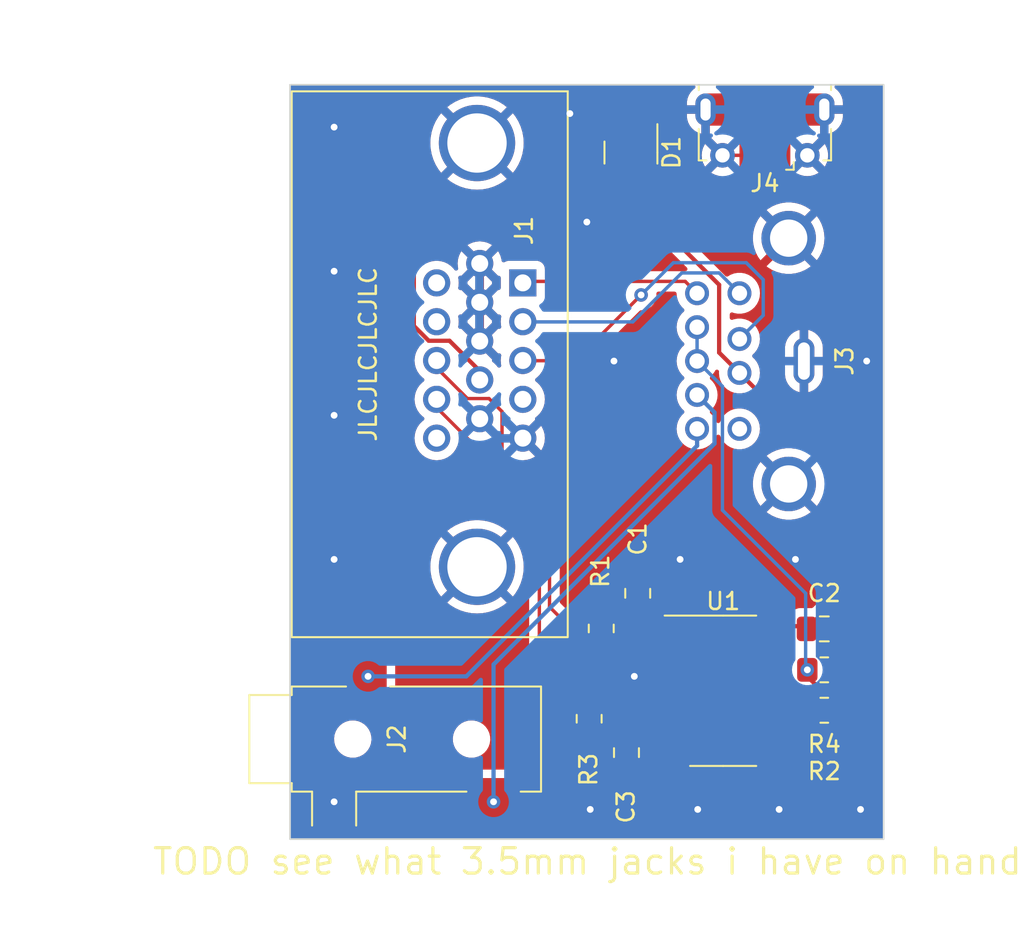
<source format=kicad_pcb>
(kicad_pcb (version 20221018) (generator pcbnew)
  (layers (0 "F.Cu" signal) (31 "B.Cu" signal) (34 "B.Paste" user) (35 "F.Paste" user) (36 "B.SilkS" user "B.Silkscreen") (37 "F.SilkS" user "F.Silkscreen") (38 "B.Mask" user) (39 "F.Mask" user) (44 "Edge.Cuts" user))
  (net 0 "")
  (net 1 "Net-(U1-1A)")
  (net 2 "GND")
  (net 3 "VCC")
  (net 4 "Net-(U1-2B)")
  (net 5 "/IN_R")
  (net 6 "/IN_G")
  (net 7 "/IN_B")
  (net 9 "/IN_RAUD")
  (net 10 "/IN_LAUD")
  (net 11 "/CSYNC_OUT")
  (net 13 "/IN_HSYNC")
  (net 14 "Net-(U1-3Y)")
  (net 15 "/IN_VSYNC")
  (net 16 "Net-(U1-1Y)")
  (net 17 "Net-(U1-2Y)")
  (net 22 "Net-(J4-VBUS)")
  (net 23 "/+5V_VGA")
  (footprint "Connector_USB:USB_Micro-B_Molex-105017-0001" (layer "F.Cu") (at 90.1 42.7 180)
    (fp_text reference "J4" (at 0 -3.1125 180) (layer "F.SilkS"))
    (fp_text value "USB_B_Micro")
    (fp_line (start -3.9 -1.7625) (end -3.45 -1.7625) (stroke (width 0.12)) (layer "F.SilkS"))
    (fp_line (start -3.9 0.0875) (end -3.9 -1.7625) (stroke (width 0.12)) (layer "F.SilkS"))
    (fp_line (start -3.9 2.6375) (end -3.9 2.3875) (stroke (width 0.12)) (layer "F.SilkS"))
    (fp_line (start -1.7 -2.3125) (end -1.7 -1.8625) (stroke (width 0.12)) (layer "F.SilkS"))
    (fp_line (start -1.7 -2.3125) (end -1.25 -2.3125) (stroke (width 0.12)) (layer "F.SilkS"))
    (fp_line (start 3.9 -1.7625) (end 3.45 -1.7625) (stroke (width 0.12)) (layer "F.SilkS"))
    (fp_line (start 3.9 0.0875) (end 3.9 -1.7625) (stroke (width 0.12)) (layer "F.SilkS"))
    (fp_line (start 3.9 2.6375) (end 3.9 2.3875) (stroke (width 0.12)) (layer "F.SilkS"))
    (pad "1" smd rect (at -1.3 -1.4625 180) (size 0.4 1.35) (layers "F.Cu" "F.Paste" "F.Mask") (net 22 "Net-(J4-VBUS)"))
    (pad "2" smd rect (at -0.65 -1.4625 180) (size 0.4 1.35) (layers "F.Cu" "F.Paste" "F.Mask"))
    (pad "3" smd rect (at 0 -1.4625 180) (size 0.4 1.35) (layers "F.Cu" "F.Paste" "F.Mask"))
    (pad "4" smd rect (at 0.65 -1.4625 180) (size 0.4 1.35) (layers "F.Cu" "F.Paste" "F.Mask"))
    (pad "5" smd rect (at 1.3 -1.4625 180) (size 0.4 1.35) (layers "F.Cu" "F.Paste" "F.Mask") (net 2 "GND"))
    (pad "6" thru_hole oval (at -3.5 1.2375) (size 1.2 1.9) (drill oval 0.6 1.3) (layers "*.Cu" "*.Mask") (net 2 "GND"))
    (pad "6" smd rect (at -2.9 1.2375 180) (size 1.2 1.9) (layers "F.Cu" "F.Mask") (net 2 "GND"))
    (pad "6" thru_hole circle (at -2.5 -1.4625 180) (size 1.45 1.45) (drill 0.85) (layers "*.Cu" "*.Mask") (net 2 "GND"))
    (pad "6" smd rect (at -1 1.2375 180) (size 1.5 1.9) (layers "F.Cu" "F.Paste" "F.Mask") (net 2 "GND"))
    (pad "6" smd rect (at 1 1.2375 180) (size 1.5 1.9) (layers "F.Cu" "F.Paste" "F.Mask") (net 2 "GND"))
    (pad "6" thru_hole circle (at 2.5 -1.4625 180) (size 1.45 1.45) (drill 0.85) (layers "*.Cu" "*.Mask") (net 2 "GND"))
    (pad "6" smd rect (at 2.9 1.2375 180) (size 1.2 1.9) (layers "F.Cu" "F.Mask") (net 2 "GND"))
    (pad "6" thru_hole oval (at 3.5 1.2375 180) (size 1.2 1.9) (drill oval 0.6 1.3) (layers "*.Cu" "*.Mask") (net 2 "GND"))
  )
  (footprint "Capacitor_SMD:C_0805_2012Metric_Pad1.18x1.45mm_HandSolder" (layer "F.Cu") (at 93.6 72.1 180)
    (fp_text reference "C2" (at 0 2.1) (layer "F.SilkS"))
    (fp_text value "0.1u")
    (fp_line (start -0.261252 -0.735) (end 0.261252 -0.735) (stroke (width 0.12)) (layer "F.SilkS"))
    (fp_line (start -0.261252 0.735) (end 0.261252 0.735) (stroke (width 0.12)) (layer "F.SilkS"))
    (pad "1" smd roundrect (at -1.0375 0 180) (size 1.175 1.45) (layers "F.Cu" "F.Paste" "F.Mask") (roundrect_rratio 0.2127659574) (net 2 "GND"))
    (pad "2" smd roundrect (at 1.0375 0 180) (size 1.175 1.45) (layers "F.Cu" "F.Paste" "F.Mask") (roundrect_rratio 0.2127659574) (net 3 "VCC"))
  )
  (footprint "Resistor_SMD:R_0805_2012Metric_Pad1.20x1.40mm_HandSolder" (layer "F.Cu") (at 93.6 74.515 180)
    (fp_text reference "R4" (at 0 -4.385) (layer "F.SilkS"))
    (fp_text value "100R")
    (fp_line (start -0.227064 -0.735) (end 0.227064 -0.735) (stroke (width 0.12)) (layer "F.SilkS"))
    (fp_line (start -0.227064 0.735) (end 0.227064 0.735) (stroke (width 0.12)) (layer "F.SilkS"))
    (pad "1" smd roundrect (at -1 0 180) (size 1.2 1.4) (layers "F.Cu" "F.Paste" "F.Mask") (roundrect_rratio 0.2083333333) (net 2 "GND"))
    (pad "2" smd roundrect (at 1 0 180) (size 1.2 1.4) (layers "F.Cu" "F.Paste" "F.Mask") (roundrect_rratio 0.2083333333) (net 11 "/CSYNC_OUT"))
  )
  (footprint "Resistor_SMD:R_0805_2012Metric_Pad1.20x1.40mm_HandSolder" (layer "F.Cu") (at 79.7375 77.4 -90)
    (fp_text reference "R3" (at 3 0.0375 90) (layer "F.SilkS"))
    (fp_text value "1M")
    (fp_line (start -0.227064 -0.735) (end 0.227064 -0.735) (stroke (width 0.12)) (layer "F.SilkS"))
    (fp_line (start -0.227064 0.735) (end 0.227064 0.735) (stroke (width 0.12)) (layer "F.SilkS"))
    (pad "1" smd roundrect (at -1 0 270) (size 1.2 1.4) (layers "F.Cu" "F.Paste" "F.Mask") (roundrect_rratio 0.2083333333) (net 15 "/IN_VSYNC"))
    (pad "2" smd roundrect (at 1 0 270) (size 1.2 1.4) (layers "F.Cu" "F.Paste" "F.Mask") (roundrect_rratio 0.2083333333) (net 4 "Net-(U1-2B)"))
  )
  (footprint "Resistor_SMD:R_0805_2012Metric_Pad1.20x1.40mm_HandSolder" (layer "F.Cu") (at 93.6 76.9)
    (fp_text reference "R2" (at 0 3.6) (layer "F.SilkS"))
    (fp_text value "550R")
    (fp_line (start -0.227064 -0.735) (end 0.227064 -0.735) (stroke (width 0.12)) (layer "F.SilkS"))
    (fp_line (start -0.227064 0.735) (end 0.227064 0.735) (stroke (width 0.12)) (layer "F.SilkS"))
    (pad "1" smd roundrect (at -1 0) (size 1.2 1.4) (layers "F.Cu" "F.Paste" "F.Mask") (roundrect_rratio 0.2083333333) (net 14 "Net-(U1-3Y)"))
    (pad "2" smd roundrect (at 1 0) (size 1.2 1.4) (layers "F.Cu" "F.Paste" "F.Mask") (roundrect_rratio 0.2083333333) (net 11 "/CSYNC_OUT"))
  )
  (footprint "Capacitor_SMD:C_0805_2012Metric_Pad1.18x1.45mm_HandSolder" (layer "F.Cu") (at 81.9375 79.4 -90)
    (fp_text reference "C3" (at 3.2 0.0375 90) (layer "F.SilkS"))
    (fp_text value "0.1u")
    (fp_line (start -0.261252 -0.735) (end 0.261252 -0.735) (stroke (width 0.12)) (layer "F.SilkS"))
    (fp_line (start -0.261252 0.735) (end 0.261252 0.735) (stroke (width 0.12)) (layer "F.SilkS"))
    (pad "1" smd roundrect (at -1.0375 0 270) (size 1.175 1.45) (layers "F.Cu" "F.Paste" "F.Mask") (roundrect_rratio 0.2127659574) (net 4 "Net-(U1-2B)"))
    (pad "2" smd roundrect (at 1.0375 0 270) (size 1.175 1.45) (layers "F.Cu" "F.Paste" "F.Mask") (roundrect_rratio 0.2127659574) (net 2 "GND"))
  )
  (footprint "Capacitor_SMD:C_0805_2012Metric_Pad1.18x1.45mm_HandSolder" (layer "F.Cu") (at 82.6 70 90)
    (fp_text reference "C1" (at 3.2 0 90) (layer "F.SilkS"))
    (fp_text value "0.1u")
    (fp_line (start -0.261252 -0.735) (end 0.261252 -0.735) (stroke (width 0.12)) (layer "F.SilkS"))
    (fp_line (start -0.261252 0.735) (end 0.261252 0.735) (stroke (width 0.12)) (layer "F.SilkS"))
    (pad "1" smd roundrect (at -1.0375 0 90) (size 1.175 1.45) (layers "F.Cu" "F.Paste" "F.Mask") (roundrect_rratio 0.2127659574) (net 1 "Net-(U1-1A)"))
    (pad "2" smd roundrect (at 1.0375 0 90) (size 1.175 1.45) (layers "F.Cu" "F.Paste" "F.Mask") (roundrect_rratio 0.2127659574) (net 2 "GND"))
  )
  (footprint "Connector_Audio:Jack_3.5mm_CUI_SJ-3523-SMT_Horizontal" (layer "F.Cu") (at 68.3 78.6 90)
    (fp_text reference "J2" (at 0 0.1 90) (layer "F.SilkS"))
    (fp_text value "AudioJack3")
    (fp_line (start -3.1 -6.1) (end -2.6 -6.1) (stroke (width 0.12)) (layer "F.SilkS"))
    (fp_line (start -3.1 -4.9) (end -5.1 -4.9) (stroke (width 0.12)) (layer "F.SilkS"))
    (fp_line (start -3.1 -4.9) (end -3.1 -6.1) (stroke (width 0.12)) (layer "F.SilkS"))
    (fp_line (start -3.1 -2.3) (end -5.1 -2.3) (stroke (width 0.12)) (layer "F.SilkS"))
    (fp_line (start -3.1 4.2) (end -3.1 -2.3) (stroke (width 0.12)) (layer "F.SilkS"))
    (fp_line (start -3.1 8.6) (end -3.1 7.4) (stroke (width 0.12)) (layer "F.SilkS"))
    (fp_line (start -2.6 -8.6) (end 2.6 -8.6) (stroke (width 0.12)) (layer "F.SilkS"))
    (fp_line (start -2.6 -6.1) (end -2.6 -8.6) (stroke (width 0.12)) (layer "F.SilkS"))
    (fp_line (start 2.6 -8.6) (end 2.6 -6.1) (stroke (width 0.12)) (layer "F.SilkS"))
    (fp_line (start 2.6 -6.1) (end 3.1 -6.1) (stroke (width 0.12)) (layer "F.SilkS"))
    (fp_line (start 3.1 -6.1) (end 3.1 -2.9) (stroke (width 0.12)) (layer "F.SilkS"))
    (fp_line (start 3.1 -0.3) (end 3.1 8.6) (stroke (width 0.12)) (layer "F.SilkS"))
    (fp_line (start 3.1 8.6) (end -3.1 8.6) (stroke (width 0.12)) (layer "F.SilkS"))
    (pad "" np_thru_hole circle (at 0 -2.5 90) (size 1.7 1.7) (drill 1.7) (layers "*.Cu" "*.Mask"))
    (pad "" np_thru_hole circle (at 0 4.5 90) (size 1.7 1.7) (drill 1.7) (layers "*.Cu" "*.Mask"))
    (pad "R" smd rect (at 3.7 -1.6 90) (size 2.8 2.2) (layers "F.Cu" "F.Paste" "F.Mask") (net 9 "/IN_RAUD"))
    (pad "S" smd rect (at -3.7 -3.6 90) (size 2.8 2.2) (layers "F.Cu" "F.Paste" "F.Mask") (net 2 "GND"))
    (pad "T" smd rect (at -3.7 5.8 90) (size 2.8 2.8) (layers "F.Cu" "F.Paste" "F.Mask") (net 10 "/IN_LAUD"))
  )
  (footprint "REB_HD15:DSUB-15-HD_Male_Horizontal_P2.29x2.54mm_EdgePinOffset9.40mm" (layer "F.Cu") (at 75.825 51.6875 -90)
    (fp_text reference "J1" (at -3.0875 -0.075 -90) (layer "F.SilkS"))
    (fp_text value "DE15_Plug_HighDensity")
    (fp_rect (start -11.3 -2.65) (end 20.9 13.625) (stroke (width 0.12)) (fill none) (layer "F.SilkS"))
    (pad "1" thru_hole rect (at 0 0 270) (size 1.6 1.6) (drill 1) (layers "*.Cu" "*.Mask") (net 5 "/IN_R"))
    (pad "2" thru_hole circle (at 2.29 0 270) (size 1.6 1.6) (drill 1) (layers "*.Cu" "*.Mask") (net 6 "/IN_G"))
    (pad "3" thru_hole circle (at 4.58 0 270) (size 1.6 1.6) (drill 1) (layers "*.Cu" "*.Mask") (net 7 "/IN_B"))
    (pad "4" thru_hole circle (at 6.87 0 270) (size 1.6 1.6) (drill 1) (layers "*.Cu" "*.Mask"))
    (pad "5" thru_hole circle (at 9.16 0 270) (size 1.6 1.6) (drill 1) (layers "*.Cu" "*.Mask") (net 2 "GND"))
    (pad "6" thru_hole circle (at -1.145 2.54 270) (size 1.6 1.6) (drill 1) (layers "*.Cu" "*.Mask") (net 2 "GND"))
    (pad "7" thru_hole circle (at 1.145 2.54 270) (size 1.6 1.6) (drill 1) (layers "*.Cu" "*.Mask") (net 2 "GND"))
    (pad "8" thru_hole circle (at 3.435 2.54 270) (size 1.6 1.6) (drill 1) (layers "*.Cu" "*.Mask") (net 2 "GND"))
    (pad "9" thru_hole circle (at 5.725 2.54 270) (size 1.6 1.6) (drill 1) (layers "*.Cu" "*.Mask") (net 23 "/+5V_VGA"))
    (pad "10" thru_hole circle (at 8.015 2.54 270) (size 1.6 1.6) (drill 1) (layers "*.Cu" "*.Mask") (net 2 "GND"))
    (pad "11" thru_hole circle (at 0 5.08 270) (size 1.6 1.6) (drill 1) (layers "*.Cu" "*.Mask"))
    (pad "12" thru_hole circle (at 2.29 5.08 270) (size 1.6 1.6) (drill 1) (layers "*.Cu" "*.Mask"))
    (pad "13" thru_hole circle (at 4.58 5.08 270) (size 1.6 1.6) (drill 1) (layers "*.Cu" "*.Mask") (net 13 "/IN_HSYNC"))
    (pad "14" thru_hole circle (at 6.87 5.08 270) (size 1.6 1.6) (drill 1) (layers "*.Cu" "*.Mask") (net 15 "/IN_VSYNC"))
    (pad "15" thru_hole circle (at 9.16 5.08 270) (size 1.6 1.6) (drill 1) (layers "*.Cu" "*.Mask"))
    (pad "16" thru_hole circle (at -8.25 2.7 270) (size 4.5 4.5) (drill 3.5) (layers "*.Cu" "*.Mask") (net 2 "GND"))
    (pad "17" thru_hole circle (at 16.75 2.7 270) (size 4.5 4.5) (drill 3.5) (layers "*.Cu" "*.Mask") (net 2 "GND"))
  )
  (footprint "Package_SO:SOIC-14_3.9x8.7mm_P1.27mm" (layer "F.Cu") (at 87.6375 75.75)
    (fp_text reference "U1" (at 0 -5.28) (layer "F.SilkS"))
    (fp_text value "SN74HCS7266QDRQ1")
    (fp_line (start 0 -4.435) (end -3.45 -4.435) (stroke (width 0.12)) (layer "F.SilkS"))
    (fp_line (start 0 -4.435) (end 1.95 -4.435) (stroke (width 0.12)) (layer "F.SilkS"))
    (fp_line (start 0 4.435) (end -1.95 4.435) (stroke (width 0.12)) (layer "F.SilkS"))
    (fp_line (start 0 4.435) (end 1.95 4.435) (stroke (width 0.12)) (layer "F.SilkS"))
    (pad "1" smd roundrect (at -2.475 -3.81) (size 1.95 0.6) (layers "F.Cu" "F.Paste" "F.Mask") (net 1 "Net-(U1-1A)"))
    (pad "2" smd roundrect (at -2.475 -2.54) (size 1.95 0.6) (layers "F.Cu" "F.Paste" "F.Mask") (net 13 "/IN_HSYNC"))
    (pad "3" smd roundrect (at -2.475 -1.27) (size 1.95 0.6) (layers "F.Cu" "F.Paste" "F.Mask") (net 16 "Net-(U1-1Y)"))
    (pad "4" smd roundrect (at -2.475 0) (size 1.95 0.6) (layers "F.Cu" "F.Paste" "F.Mask") (net 17 "Net-(U1-2Y)"))
    (pad "5" smd roundrect (at -2.475 1.27) (size 1.95 0.6) (layers "F.Cu" "F.Paste" "F.Mask") (net 15 "/IN_VSYNC"))
    (pad "6" smd roundrect (at -2.475 2.54) (size 1.95 0.6) (layers "F.Cu" "F.Paste" "F.Mask") (net 4 "Net-(U1-2B)"))
    (pad "7" smd roundrect (at -2.475 3.81) (size 1.95 0.6) (layers "F.Cu" "F.Paste" "F.Mask") (net 2 "GND"))
    (pad "8" smd roundrect (at 2.475 3.81) (size 1.95 0.6) (layers "F.Cu" "F.Paste" "F.Mask") (net 17 "Net-(U1-2Y)"))
    (pad "9" smd roundrect (at 2.475 2.54) (size 1.95 0.6) (layers "F.Cu" "F.Paste" "F.Mask") (net 16 "Net-(U1-1Y)"))
    (pad "10" smd roundrect (at 2.475 1.27) (size 1.95 0.6) (layers "F.Cu" "F.Paste" "F.Mask") (net 14 "Net-(U1-3Y)"))
    (pad "11" smd roundrect (at 2.475 0) (size 1.95 0.6) (layers "F.Cu" "F.Paste" "F.Mask"))
    (pad "12" smd roundrect (at 2.475 -1.27) (size 1.95 0.6) (layers "F.Cu" "F.Paste" "F.Mask") (net 3 "VCC"))
    (pad "13" smd roundrect (at 2.475 -2.54) (size 1.95 0.6) (layers "F.Cu" "F.Paste" "F.Mask") (net 3 "VCC"))
    (pad "14" smd roundrect (at 2.475 -3.81) (size 1.95 0.6) (layers "F.Cu" "F.Paste" "F.Mask") (net 3 "VCC"))
  )
  (footprint "REB_MD2:CUI_MD-90SM" (layer "F.Cu") (at 92.4 56.3 90)
    (fp_text reference "J3" (at 0 2.4 90) (layer "F.SilkS"))
    (fp_text value "MD-90SM")
    (pad "1" thru_hole circle (at 1.3 -3.8 90) (size 1.408 1.408) (drill 0.9) (layers "*.Cu" "*.Mask") (net 7 "/IN_B"))
    (pad "2" thru_hole circle (at -0.7 -3.8 90) (size 1.408 1.408) (drill 0.9) (layers "*.Cu" "*.Mask") (net 3 "VCC"))
    (pad "3" thru_hole circle (at 4 -3.8 90) (size 1.408 1.408) (drill 0.9) (layers "*.Cu" "*.Mask") (net 6 "/IN_G"))
    (pad "4" thru_hole circle (at 2 -6.3 90) (size 1.408 1.408) (drill 0.9) (layers "*.Cu" "*.Mask") (net 11 "/CSYNC_OUT"))
    (pad "5" thru_hole circle (at 0 -6.3 90) (size 1.408 1.408) (drill 0.9) (layers "*.Cu" "*.Mask") (net 11 "/CSYNC_OUT"))
    (pad "6" thru_hole circle (at -4 -3.8 90) (size 1.408 1.408) (drill 0.9) (layers "*.Cu" "*.Mask"))
    (pad "7" thru_hole circle (at 4 -6.3 90) (size 1.408 1.408) (drill 0.9) (layers "*.Cu" "*.Mask") (net 5 "/IN_R"))
    (pad "8" thru_hole circle (at -2 -6.3 90) (size 1.408 1.408) (drill 0.9) (layers "*.Cu" "*.Mask") (net 10 "/IN_LAUD"))
    (pad "9" thru_hole circle (at -4 -6.3 90) (size 1.408 1.408) (drill 0.9) (layers "*.Cu" "*.Mask") (net 9 "/IN_RAUD"))
    (pad "S1" thru_hole oval (at 0 0 90) (size 2.73 1.23) (drill oval 2.2 0.7) (layers "*.Cu" "*.Mask") (net 2 "GND"))
    (pad "S2" thru_hole circle (at -7.25 -0.9 90) (size 3.216 3.216) (drill 2.2) (layers "*.Cu" "*.Mask") (net 2 "GND"))
    (pad "S3" thru_hole circle (at 7.25 -0.9 90) (size 3.216 3.216) (drill 2.2) (layers "*.Cu" "*.Mask") (net 2 "GND"))
  )
  (footprint "Resistor_SMD:R_0805_2012Metric_Pad1.20x1.40mm_HandSolder" (layer "F.Cu") (at 80.45 72.075 90)
    (fp_text reference "R1" (at 3.375 -0.05 90) (layer "F.SilkS"))
    (fp_text value "1M")
    (fp_line (start -0.227064 -0.735) (end 0.227064 -0.735) (stroke (width 0.12)) (layer "F.SilkS"))
    (fp_line (start -0.227064 0.735) (end 0.227064 0.735) (stroke (width 0.12)) (layer "F.SilkS"))
    (pad "1" smd roundrect (at -1 0 90) (size 1.2 1.4) (layers "F.Cu" "F.Paste" "F.Mask") (roundrect_rratio 0.2083333333) (net 13 "/IN_HSYNC"))
    (pad "2" smd roundrect (at 1 0 90) (size 1.2 1.4) (layers "F.Cu" "F.Paste" "F.Mask") (roundrect_rratio 0.2083333333) (net 1 "Net-(U1-1A)"))
  )
  (footprint "Package_TO_SOT_SMD:SOT-23" (layer "F.Cu") (at 82.2 44 -90)
    (fp_text reference "D1" (at 0 -2.4 90) (layer "F.SilkS"))
    (fp_text value "BAT54C")
    (fp_line (start 0 -1.56) (end -1.675 -1.56) (stroke (width 0.12)) (layer "F.SilkS"))
    (fp_line (start 0 -1.56) (end 0.65 -1.56) (stroke (width 0.12)) (layer "F.SilkS"))
    (fp_line (start 0 1.56) (end -0.65 1.56) (stroke (width 0.12)) (layer "F.SilkS"))
    (fp_line (start 0 1.56) (end 0.65 1.56) (stroke (width 0.12)) (layer "F.SilkS"))
    (pad "1" smd roundrect (at -0.9375 -0.95 270) (size 1.475 0.6) (layers "F.Cu" "F.Paste" "F.Mask") (net 22 "Net-(J4-VBUS)"))
    (pad "2" smd roundrect (at -0.9375 0.95 270) (size 1.475 0.6) (layers "F.Cu" "F.Paste" "F.Mask") (net 23 "/+5V_VGA"))
    (pad "3" smd roundrect (at 0.9375 0 270) (size 1.475 0.6) (layers "F.Cu" "F.Paste" "F.Mask") (net 3 "VCC"))
  )
  (gr_rect (start 62.1 40) (end 97.1 84.5) (stroke (width 0.1)) (fill none) (layer "Edge.Cuts"))
  (gr_text "TODO see what 3.5mm jacks i have on hand" (at 53.9 86.7) (layer "F.SilkS") (effects (font (size 1.5 1.5) (thickness 0.1875)) (justify left bottom)))
  (gr_text "JLCJLCJLCJLC" (at 66.7 55.9 90) (layer "F.SilkS") (effects (font (size 1 1))))
  (segment (start 84.2975 71.075) (end 85.1625 71.94) (width 0.25) (layer "F.Cu") (net 1))
  (segment (start 80.45 71.075) (end 84.2975 71.075) (width 0.25) (layer "F.Cu") (net 1))
  (segment (start 87.6 44.1625) (end 88.8 44.1625) (width 0.2) (layer "F.Cu") (net 2))
  (segment (start 73.285 50.5425) (end 73.285 55.1225) (width 0.5) (layer "F.Cu") (net 2))
  (via (at 64.7 42.5) (size 0.8) (drill 0.4) (layers "F.Cu" "B.Cu") (net 2))
  (via (at 64.7 51) (size 0.8) (drill 0.4) (layers "F.Cu" "B.Cu") (net 2))
  (via (at 90.9375 82.75) (size 0.8) (drill 0.4) (layers "F.Cu" "B.Cu") (net 2))
  (via (at 64.7 82.3) (size 0.8) (drill 0.4) (layers "F.Cu" "B.Cu") (net 2))
  (via (at 95.7375 82.75) (size 0.8) (drill 0.4) (layers "F.Cu" "B.Cu") (net 2))
  (via (at 64.7 59.5) (size 0.8) (drill 0.4) (layers "F.Cu" "B.Cu") (net 2))
  (via (at 78.6 41.7) (size 0.8) (drill 0.4) (layers "F.Cu" "B.Cu") (net 2))
  (via (at 81.2 56.3) (size 0.8) (drill 0.4) (layers "F.Cu" "B.Cu") (net 2))
  (via (at 96.1 56.3) (size 0.8) (drill 0.4) (layers "F.Cu" "B.Cu") (net 2))
  (via (at 79.8 82.75) (size 0.8) (drill 0.4) (layers "F.Cu" "B.Cu") (net 2))
  (via (at 85.1 68) (size 0.8) (drill 0.4) (layers "F.Cu" "B.Cu") (net 2))
  (via (at 86.1375 82.75) (size 0.8) (drill 0.4) (layers "F.Cu" "B.Cu") (net 2))
  (via (at 64.7 68) (size 0.8) (drill 0.4) (layers "F.Cu" "B.Cu") (net 2))
  (via (at 91.9 68) (size 0.8) (drill 0.4) (layers "F.Cu" "B.Cu") (net 2))
  (via (at 79.6 48.1) (size 0.8) (drill 0.4) (layers "F.Cu" "B.Cu") (net 2))
  (via (at 82.4 74.9) (size 0.8) (drill 0.4) (layers "F.Cu" "B.Cu") (net 2))
  (segment (start 75.805331 60.86) (end 74.410331 60.86) (width 0.5) (layer "B.Cu") (net 2))
  (segment (start 73.265331 55.135) (end 73.265331 50.555) (width 0.5) (layer "B.Cu") (net 2))
  (segment (start 74.410331 60.86) (end 73.265331 59.715) (width 0.5) (layer "B.Cu") (net 2))
  (segment (start 87.4 55.8) (end 87.4 51.8) (width 0.25) (layer "F.Cu") (net 3))
  (segment (start 94.3 70.3625) (end 94.3 62.7) (width 0.25) (layer "F.Cu") (net 3))
  (segment (start 92.5625 72.1) (end 94.3 70.3625) (width 0.25) (layer "F.Cu") (net 3))
  (segment (start 92.4025 71.94) (end 90.1125 71.94) (width 0.25) (layer "F.Cu") (net 3))
  (segment (start 82.2 44.9375) (end 82.2 45.8) (width 0.2) (layer "F.Cu") (net 3))
  (segment (start 88.6 57) (end 87.4 55.8) (width 0.25) (layer "F.Cu") (net 3))
  (segment (start 90.1125 71.94) (end 90.1125 74.48) (width 0.25) (layer "F.Cu") (net 3))
  (segment (start 92.5625 72.1) (end 92.4025 71.94) (width 0.25) (layer "F.Cu") (net 3))
  (segment (start 87.4 51.8) (end 82.2 46.6) (width 0.25) (layer "F.Cu") (net 3))
  (segment (start 82.2 46.6) (end 82.2 45.8) (width 0.25) (layer "F.Cu") (net 3))
  (segment (start 94.3 62.7) (end 88.6 57) (width 0.25) (layer "F.Cu") (net 3))
  (segment (start 81.875 78.45) (end 81.9375 78.5125) (width 0.2) (layer "F.Cu") (net 4))
  (segment (start 79.7375 78.4) (end 81.875 78.4) (width 0.2) (layer "F.Cu") (net 4))
  (segment (start 82 78.3) (end 85.1525 78.3) (width 0.25) (layer "F.Cu") (net 4))
  (segment (start 81.9375 78.3625) (end 82 78.3) (width 0.25) (layer "F.Cu") (net 4))
  (segment (start 85.1525 78.3) (end 85.1625 78.29) (width 0.25) (layer "F.Cu") (net 4))
  (segment (start 75.805331 51.7) (end 75.905331 51.6) (width 0.2) (layer "F.Cu") (net 5))
  (segment (start 85.4 51.6) (end 86.1 52.3) (width 0.2) (layer "F.Cu") (net 5))
  (segment (start 75.905331 51.6) (end 85.4 51.6) (width 0.2) (layer "F.Cu") (net 5))
  (segment (start 75.805331 53.99) (end 82.31 53.99) (width 0.2) (layer "B.Cu") (net 6))
  (segment (start 82.31 53.99) (end 85.2 51.1) (width 0.2) (layer "B.Cu") (net 6))
  (segment (start 87.4 51.1) (end 88.6 52.3) (width 0.2) (layer "B.Cu") (net 6))
  (segment (start 85.2 51.1) (end 87.4 51.1) (width 0.2) (layer "B.Cu") (net 6))
  (segment (start 78.92 56.28) (end 82.8 52.4) (width 0.2) (layer "F.Cu") (net 7))
  (segment (start 75.805331 56.28) (end 78.92 56.28) (width 0.2) (layer "F.Cu") (net 7))
  (via (at 82.8 52.4) (size 0.8) (drill 0.4) (layers "F.Cu" "B.Cu") (net 7))
  (segment (start 89 50.5) (end 90 51.5) (width 0.2) (layer "B.Cu") (net 7))
  (segment (start 90 51.5) (end 90 53.6) (width 0.2) (layer "B.Cu") (net 7))
  (segment (start 84.7 50.5) (end 89 50.5) (width 0.2) (layer "B.Cu") (net 7))
  (segment (start 82.8 52.4) (end 84.7 50.5) (width 0.2) (layer "B.Cu") (net 7))
  (segment (start 90 53.6) (end 88.6 55) (width 0.2) (layer "B.Cu") (net 7))
  (via (at 66.7 74.9) (size 0.8) (drill 0.4) (layers "F.Cu" "B.Cu") (net 9))
  (segment (start 86.1 61.295606) (end 72.495606 74.9) (width 0.25) (layer "B.Cu") (net 9))
  (segment (start 72.495606 74.9) (end 66.7 74.9) (width 0.25) (layer "B.Cu") (net 9))
  (segment (start 86.1 60.3) (end 86.1 61.295606) (width 0.25) (layer "B.Cu") (net 9))
  (via (at 74.1 82.3) (size 0.8) (drill 0.4) (layers "F.Cu" "B.Cu") (net 10))
  (segment (start 87.129 59.329) (end 87.129 61.171) (width 0.25) (layer "B.Cu") (net 10))
  (segment (start 86.1 58.3) (end 87.129 59.329) (width 0.25) (layer "B.Cu") (net 10))
  (segment (start 87.129 61.171) (end 74.1 74.2) (width 0.25) (layer "B.Cu") (net 10))
  (segment (start 74.1 74.2) (end 74.1 82.3) (width 0.25) (layer "B.Cu") (net 10))
  (segment (start 92.6 74.9) (end 94.6 76.9) (width 0.25) (layer "F.Cu") (net 11))
  (segment (start 92.6 74.515) (end 92.6 74.9) (width 0.25) (layer "F.Cu") (net 11))
  (segment (start 94.8 77.1) (end 94.6 76.9) (width 0.2) (layer "F.Cu") (net 11))
  (via (at 92.6 74.515) (size 0.8) (drill 0.4) (layers "F.Cu" "B.Cu") (net 11))
  (segment (start 92.5 74.415) (end 92.5 70) (width 0.2) (layer "B.Cu") (net 11))
  (segment (start 92.5 70) (end 87.596 65.096) (width 0.2) (layer "B.Cu") (net 11))
  (segment (start 92.6 74.515) (end 92.5 74.415) (width 0.2) (layer "B.Cu") (net 11))
  (segment (start 86.1 56.3) (end 86.1 54.3) (width 0.2) (layer "B.Cu") (net 11))
  (segment (start 87.596 65.096) (end 87.596 57.796) (width 0.2) (layer "B.Cu") (net 11))
  (segment (start 87.596 57.796) (end 86.1 56.3) (width 0.2) (layer "B.Cu") (net 11))
  (segment (start 74.6 62) (end 77.4 64.8) (width 0.2) (layer "F.Cu") (net 13))
  (segment (start 80.45 73.075) (end 85.0275 73.075) (width 0.2) (layer "F.Cu") (net 13))
  (segment (start 85.0275 73.075) (end 85.1625 73.21) (width 0.2) (layer "F.Cu") (net 13))
  (segment (start 72.559848 58.5125) (end 73.831567 58.5125) (width 0.2) (layer "F.Cu") (net 13))
  (segment (start 73.831567 58.5125) (end 74.6 59.280933) (width 0.2) (layer "F.Cu") (net 13))
  (segment (start 74.6 59.280933) (end 74.6 62) (width 0.2) (layer "F.Cu") (net 13))
  (segment (start 79.675 73.075) (end 80.45 73.075) (width 0.2) (layer "F.Cu") (net 13))
  (segment (start 70.725331 56.677983) (end 72.559848 58.5125) (width 0.2) (layer "F.Cu") (net 13))
  (segment (start 77.4 70.8) (end 79.675 73.075) (width 0.2) (layer "F.Cu") (net 13))
  (segment (start 70.725331 56.28) (end 70.725331 56.677983) (width 0.2) (layer "F.Cu") (net 13))
  (segment (start 77.4 64.8) (end 77.4 70.8) (width 0.2) (layer "F.Cu") (net 13))
  (segment (start 92.6 76.9) (end 92.48 77.02) (width 0.25) (layer "F.Cu") (net 14))
  (segment (start 92.48 77.02) (end 90.1125 77.02) (width 0.25) (layer "F.Cu") (net 14))
  (segment (start 70.725331 59.025331) (end 76.8 65.1) (width 0.2) (layer "F.Cu") (net 15))
  (segment (start 80.32 77.02) (end 85.1625 77.02) (width 0.2) (layer "F.Cu") (net 15))
  (segment (start 76.8 73.4625) (end 79.7375 76.4) (width 0.2) (layer "F.Cu") (net 15))
  (segment (start 70.725331 58.57) (end 70.725331 59.025331) (width 0.2) (layer "F.Cu") (net 15))
  (segment (start 79.7375 76.4375) (end 80.32 77.02) (width 0.2) (layer "F.Cu") (net 15))
  (segment (start 79.7375 76.4) (end 79.7375 76.4375) (width 0.2) (layer "F.Cu") (net 15))
  (segment (start 76.8 65.1) (end 76.8 73.4625) (width 0.2) (layer "F.Cu") (net 15))
  (segment (start 89.349251 78.29) (end 90.1125 78.29) (width 0.25) (layer "F.Cu") (net 16))
  (segment (start 85.539251 74.48) (end 89.349251 78.29) (width 0.25) (layer "F.Cu") (net 16))
  (segment (start 85.1625 74.48) (end 85.539251 74.48) (width 0.25) (layer "F.Cu") (net 16))
  (segment (start 85.539251 75.75) (end 89.349251 79.56) (width 0.25) (layer "F.Cu") (net 17))
  (segment (start 89.349251 79.56) (end 90.1125 79.56) (width 0.25) (layer "F.Cu") (net 17))
  (segment (start 85.1625 75.75) (end 85.539251 75.75) (width 0.25) (layer "F.Cu") (net 17))
  (segment (start 83.15 43.75) (end 83.15 43.0625) (width 0.2) (layer "F.Cu") (net 22))
  (segment (start 91.4 45.0375) (end 90.2375 46.2) (width 0.2) (layer "F.Cu") (net 22))
  (segment (start 85.6 46.2) (end 83.15 43.75) (width 0.2) (layer "F.Cu") (net 22))
  (segment (start 91.4 44.1625) (end 91.4 45.0375) (width 0.2) (layer "F.Cu") (net 22))
  (segment (start 90.2375 46.2) (end 85.6 46.2) (width 0.2) (layer "F.Cu") (net 22))
  (segment (start 70.279009 55.1025) (end 69.4 54.223491) (width 0.25) (layer "F.Cu") (net 23))
  (segment (start 73.285 57.4125) (end 73.285 56.885) (width 0.25) (layer "F.Cu") (net 23))
  (segment (start 69.4 54.223491) (end 69.4 49.6) (width 0.25) (layer "F.Cu") (net 23))
  (segment (start 76.7125 47.6) (end 81.25 43.0625) (width 0.25) (layer "F.Cu") (net 23))
  (segment (start 69.4 49.6) (end 71.4 47.6) (width 0.25) (layer "F.Cu") (net 23))
  (segment (start 71.5025 55.1025) (end 70.279009 55.1025) (width 0.25) (layer "F.Cu") (net 23))
  (segment (start 73.285 56.885) (end 71.5025 55.1025) (width 0.25) (layer "F.Cu") (net 23))
  (segment (start 71.4 47.6) (end 76.7125 47.6) (width 0.25) (layer "F.Cu") (net 23))
  (zone (net 2) (net_name "GND") (layers "F&B.Cu") (connect_pads (clearance 0.5)) (min_thickness 0.25) (fill yes (thermal_gap 0.5) (thermal_bridge_width 0.5))
    (polygon (pts (xy 45 35) (xy 105 35) (xy 105 90) (xy 45 89.5)))
  )
)
</source>
